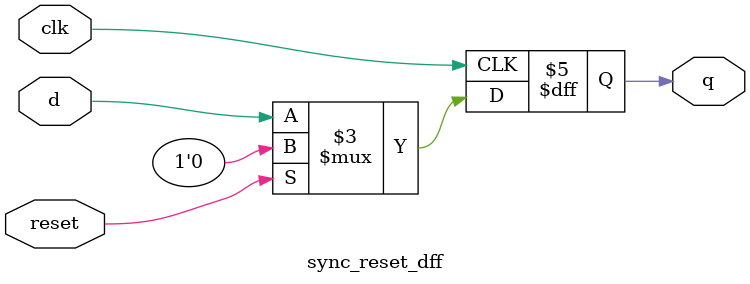
<source format=sv>
module sync_reset_dff (
    input  logic clk,    // Clock input
    input  logic reset,  // Synchronous reset
    input  logic d,      // Data input
    output logic q       // Data output
);

    always_ff @(posedge clk) begin
        if (reset) begin
            q <= 1'b0; // Reset output to 0 on clock edge
        end else begin
            q <= d;    // On clock edge, latch the data
        end
    end

endmodule

</source>
